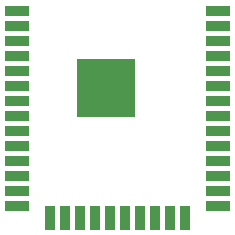
<source format=gbr>
G04 #@! TF.GenerationSoftware,KiCad,Pcbnew,(5.0.1-3-g963ef8bb5)*
G04 #@! TF.CreationDate,2019-04-20T19:45:59+01:00*
G04 #@! TF.ProjectId,flipcontrol,666C6970636F6E74726F6C2E6B696361,rev?*
G04 #@! TF.SameCoordinates,Original*
G04 #@! TF.FileFunction,Paste,Top*
G04 #@! TF.FilePolarity,Positive*
%FSLAX46Y46*%
G04 Gerber Fmt 4.6, Leading zero omitted, Abs format (unit mm)*
G04 Created by KiCad (PCBNEW (5.0.1-3-g963ef8bb5)) date Saturday, 20 April 2019 at 19:45:59*
%MOMM*%
%LPD*%
G01*
G04 APERTURE LIST*
%ADD10R,2.000000X0.900000*%
%ADD11R,0.900000X2.000000*%
%ADD12R,5.000000X5.000000*%
G04 APERTURE END LIST*
D10*
G04 #@! TO.C,MOD1*
X119126000Y-72898000D03*
D11*
X121911000Y-90408000D03*
X123181000Y-90408000D03*
X124451000Y-90408000D03*
X125721000Y-90408000D03*
X126991000Y-90408000D03*
X128261000Y-90408000D03*
X129531000Y-90408000D03*
X130801000Y-90408000D03*
X132071000Y-90408000D03*
X133341000Y-90408000D03*
D10*
X119126000Y-74168000D03*
X119126000Y-75438000D03*
X119126000Y-76708000D03*
X119126000Y-77978000D03*
X119126000Y-79248000D03*
X119126000Y-80518000D03*
X119126000Y-81788000D03*
X119126000Y-83058000D03*
X119126000Y-84328000D03*
X119126000Y-85598000D03*
X119126000Y-86868000D03*
X119126000Y-88138000D03*
X119126000Y-89408000D03*
X136126000Y-72898000D03*
X136126000Y-74168000D03*
X136126000Y-75438000D03*
X136126000Y-76708000D03*
X136126000Y-77978000D03*
X136126000Y-79248000D03*
X136126000Y-80518000D03*
X136126000Y-81788000D03*
X136126000Y-83058000D03*
X136126000Y-84328000D03*
X136126000Y-85598000D03*
X136126000Y-86868000D03*
X136126000Y-88138000D03*
X136126000Y-89408000D03*
D12*
X126626000Y-79398000D03*
G04 #@! TD*
M02*

</source>
